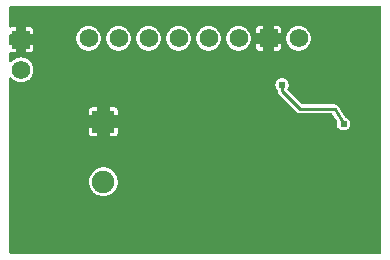
<source format=gbl>
G04 Layer: BottomLayer*
G04 EasyEDA v6.4.25, 2021-09-25T13:37:10+12:00*
G04 999b5c9e67184b5eb4e2c979d079c973,63364df06a3448e09d62fec64a914f60,10*
G04 Gerber Generator version 0.2*
G04 Scale: 100 percent, Rotated: No, Reflected: No *
G04 Dimensions in millimeters *
G04 leading zeros omitted , absolute positions ,4 integer and 5 decimal *
%FSLAX45Y45*%
%MOMM*%

%ADD10C,0.2540*%
%ADD12C,0.6200*%
%ADD17C,1.9000*%
%ADD18R,1.9000X1.9000*%
%ADD19C,1.5748*%
%ADD20R,1.5748X1.5748*%

%LPD*%
G36*
X736092Y3775913D02*
G01*
X732180Y3776675D01*
X728878Y3778859D01*
X726694Y3782161D01*
X725932Y3786073D01*
X725932Y5262219D01*
X726744Y5266232D01*
X729030Y5269585D01*
X732485Y5271719D01*
X736498Y5272379D01*
X740460Y5271363D01*
X743712Y5268925D01*
X751535Y5260035D01*
X761796Y5250992D01*
X773176Y5243372D01*
X785469Y5237327D01*
X798423Y5232958D01*
X811834Y5230266D01*
X825500Y5229352D01*
X839165Y5230266D01*
X852576Y5232958D01*
X865530Y5237327D01*
X877824Y5243372D01*
X889203Y5250992D01*
X899464Y5260035D01*
X908507Y5270296D01*
X916127Y5281676D01*
X922172Y5293969D01*
X926541Y5306923D01*
X929233Y5320334D01*
X930148Y5334000D01*
X929233Y5347665D01*
X926541Y5361076D01*
X922172Y5374030D01*
X916127Y5386324D01*
X908507Y5397703D01*
X899464Y5407964D01*
X889203Y5417007D01*
X877824Y5424627D01*
X865530Y5430672D01*
X852576Y5435041D01*
X839165Y5437733D01*
X825500Y5438648D01*
X811834Y5437733D01*
X798423Y5435041D01*
X785469Y5430672D01*
X773176Y5424627D01*
X761796Y5417007D01*
X751535Y5407964D01*
X743712Y5399074D01*
X740460Y5396636D01*
X736498Y5395620D01*
X732485Y5396280D01*
X729030Y5398414D01*
X726744Y5401767D01*
X725932Y5405780D01*
X725932Y5475020D01*
X726643Y5478830D01*
X728726Y5482031D01*
X731875Y5484266D01*
X735634Y5485180D01*
X741019Y5484063D01*
X747318Y5483352D01*
X779780Y5483352D01*
X779780Y5542280D01*
X736092Y5542280D01*
X732180Y5543042D01*
X728878Y5545277D01*
X726694Y5548528D01*
X725932Y5552440D01*
X725932Y5623560D01*
X726694Y5627471D01*
X728878Y5630722D01*
X732180Y5632958D01*
X736092Y5633720D01*
X779780Y5633720D01*
X779780Y5692648D01*
X747318Y5692648D01*
X741019Y5691936D01*
X735634Y5690819D01*
X731875Y5691733D01*
X728726Y5693968D01*
X726643Y5697169D01*
X725932Y5700979D01*
X725932Y5863945D01*
X726694Y5867806D01*
X728878Y5871108D01*
X732180Y5873343D01*
X736092Y5874105D01*
X3863949Y5874105D01*
X3867810Y5873343D01*
X3871112Y5871108D01*
X3873296Y5867806D01*
X3874109Y5863945D01*
X3874109Y3786073D01*
X3873296Y3782161D01*
X3871112Y3778859D01*
X3867810Y3776675D01*
X3863949Y3775913D01*
G37*

%LPC*%
G36*
X1515364Y4266031D02*
G01*
X1530248Y4266031D01*
X1545031Y4267860D01*
X1559458Y4271518D01*
X1573326Y4276902D01*
X1586433Y4283913D01*
X1598574Y4292549D01*
X1609598Y4302556D01*
X1619300Y4313834D01*
X1627479Y4326280D01*
X1634134Y4339590D01*
X1639062Y4353610D01*
X1642262Y4368190D01*
X1643634Y4382973D01*
X1643176Y4397857D01*
X1640890Y4412589D01*
X1636826Y4426864D01*
X1631035Y4440580D01*
X1623568Y4453483D01*
X1614627Y4465370D01*
X1604264Y4476038D01*
X1592681Y4485386D01*
X1579981Y4493209D01*
X1566468Y4499457D01*
X1552295Y4503928D01*
X1537665Y4506671D01*
X1522831Y4507585D01*
X1507947Y4506671D01*
X1493316Y4503928D01*
X1479143Y4499457D01*
X1465630Y4493209D01*
X1452981Y4485386D01*
X1441348Y4476038D01*
X1430985Y4465370D01*
X1422044Y4453483D01*
X1414576Y4440580D01*
X1408785Y4426864D01*
X1404721Y4412589D01*
X1402435Y4397857D01*
X1401978Y4382973D01*
X1403350Y4368190D01*
X1406550Y4353610D01*
X1411478Y4339590D01*
X1418132Y4326280D01*
X1426362Y4313834D01*
X1436014Y4302556D01*
X1447038Y4292549D01*
X1459179Y4283913D01*
X1472285Y4276902D01*
X1486154Y4271518D01*
X1500581Y4267860D01*
G37*
G36*
X1428394Y4773777D02*
G01*
X1468983Y4773777D01*
X1468983Y4840884D01*
X1401927Y4840884D01*
X1401927Y4800295D01*
X1402638Y4793945D01*
X1404518Y4788509D01*
X1407617Y4783582D01*
X1411681Y4779518D01*
X1416608Y4776419D01*
X1422044Y4774488D01*
G37*
G36*
X1576679Y4773777D02*
G01*
X1617218Y4773777D01*
X1623568Y4774488D01*
X1629003Y4776419D01*
X1633931Y4779518D01*
X1637995Y4783582D01*
X1641093Y4788509D01*
X1643024Y4793945D01*
X1643735Y4800295D01*
X1643735Y4840884D01*
X1576679Y4840884D01*
G37*
G36*
X3558438Y4819954D02*
G01*
X3567988Y4821224D01*
X3577183Y4824018D01*
X3585819Y4828387D01*
X3593592Y4834128D01*
X3600246Y4841087D01*
X3605631Y4849063D01*
X3609644Y4857851D01*
X3612032Y4867198D01*
X3612896Y4876800D01*
X3612032Y4886401D01*
X3609644Y4895748D01*
X3605631Y4904536D01*
X3600246Y4912512D01*
X3593592Y4919472D01*
X3585819Y4925212D01*
X3577183Y4929581D01*
X3571341Y4931359D01*
X3568039Y4933086D01*
X3565601Y4935880D01*
X3512108Y5024932D01*
X3507079Y5031079D01*
X3501237Y5035854D01*
X3494532Y5039410D01*
X3487318Y5041595D01*
X3479292Y5042408D01*
X3207918Y5042408D01*
X3204006Y5043170D01*
X3200704Y5045405D01*
X3083560Y5162550D01*
X3081578Y5165394D01*
X3080664Y5168747D01*
X3080918Y5172202D01*
X3082340Y5175402D01*
X3084931Y5179263D01*
X3088944Y5188051D01*
X3091332Y5197398D01*
X3092196Y5207000D01*
X3091332Y5216601D01*
X3088944Y5225948D01*
X3084931Y5234736D01*
X3079546Y5242712D01*
X3072892Y5249672D01*
X3065119Y5255412D01*
X3056483Y5259781D01*
X3047288Y5262575D01*
X3037738Y5263845D01*
X3028086Y5263388D01*
X3018637Y5261356D01*
X3009696Y5257800D01*
X3001467Y5252720D01*
X2994253Y5246370D01*
X2988157Y5238851D01*
X2983484Y5230418D01*
X2980283Y5221325D01*
X2978658Y5211826D01*
X2978658Y5202174D01*
X2980283Y5192674D01*
X2983484Y5183581D01*
X2988157Y5175148D01*
X2994456Y5167426D01*
X2996133Y5164429D01*
X2996692Y5161026D01*
X2996692Y5156708D01*
X2997504Y5148681D01*
X2999689Y5141468D01*
X3003245Y5134762D01*
X3008376Y5128564D01*
X3160064Y4976876D01*
X3166262Y4971745D01*
X3172968Y4968189D01*
X3180181Y4966004D01*
X3188208Y4965192D01*
X3452164Y4965192D01*
X3455619Y4964582D01*
X3458616Y4962906D01*
X3460902Y4960264D01*
X3499358Y4896205D01*
X3500628Y4892852D01*
X3500628Y4889246D01*
X3499358Y4881626D01*
X3499358Y4871974D01*
X3500983Y4862474D01*
X3504184Y4853381D01*
X3508857Y4844948D01*
X3514953Y4837430D01*
X3522167Y4831080D01*
X3530396Y4826000D01*
X3539337Y4822444D01*
X3548786Y4820412D01*
G37*
G36*
X1401927Y4948580D02*
G01*
X1468983Y4948580D01*
X1468983Y5015636D01*
X1428394Y5015636D01*
X1422044Y5014925D01*
X1416608Y5012994D01*
X1411681Y5009896D01*
X1407617Y5005832D01*
X1404518Y5000904D01*
X1402638Y4995468D01*
X1401927Y4989118D01*
G37*
G36*
X1576679Y4948580D02*
G01*
X1643735Y4948580D01*
X1643735Y4989118D01*
X1643024Y4995468D01*
X1641093Y5000904D01*
X1637995Y5005832D01*
X1633931Y5009896D01*
X1629003Y5012994D01*
X1623568Y5014925D01*
X1617218Y5015636D01*
X1576679Y5015636D01*
G37*
G36*
X871219Y5483352D02*
G01*
X903681Y5483352D01*
X909980Y5484063D01*
X915466Y5485993D01*
X920343Y5489041D01*
X924458Y5493156D01*
X927506Y5498033D01*
X929436Y5503519D01*
X930148Y5509818D01*
X930148Y5542280D01*
X871219Y5542280D01*
G37*
G36*
X2966720Y5496052D02*
G01*
X2999181Y5496052D01*
X3005480Y5496763D01*
X3010966Y5498693D01*
X3015843Y5501741D01*
X3019958Y5505856D01*
X3023006Y5510733D01*
X3024936Y5516219D01*
X3025648Y5522518D01*
X3025648Y5554980D01*
X2966720Y5554980D01*
G37*
G36*
X2842818Y5496052D02*
G01*
X2875280Y5496052D01*
X2875280Y5554980D01*
X2816352Y5554980D01*
X2816352Y5522518D01*
X2817063Y5516219D01*
X2818993Y5510733D01*
X2822041Y5505856D01*
X2826156Y5501741D01*
X2831033Y5498693D01*
X2836519Y5496763D01*
G37*
G36*
X1651000Y5496052D02*
G01*
X1664665Y5496966D01*
X1678076Y5499658D01*
X1691030Y5504027D01*
X1703324Y5510072D01*
X1714703Y5517692D01*
X1724964Y5526735D01*
X1734007Y5536996D01*
X1741627Y5548376D01*
X1747672Y5560669D01*
X1752041Y5573623D01*
X1754733Y5587034D01*
X1755648Y5600700D01*
X1754733Y5614365D01*
X1752041Y5627776D01*
X1747672Y5640730D01*
X1741627Y5653024D01*
X1734007Y5664403D01*
X1724964Y5674664D01*
X1714703Y5683707D01*
X1703324Y5691327D01*
X1691030Y5697372D01*
X1678076Y5701741D01*
X1664665Y5704433D01*
X1651000Y5705348D01*
X1637334Y5704433D01*
X1623923Y5701741D01*
X1610969Y5697372D01*
X1598676Y5691327D01*
X1587296Y5683707D01*
X1577035Y5674664D01*
X1567992Y5664403D01*
X1560372Y5653024D01*
X1554327Y5640730D01*
X1549958Y5627776D01*
X1547266Y5614365D01*
X1546352Y5600700D01*
X1547266Y5587034D01*
X1549958Y5573623D01*
X1554327Y5560669D01*
X1560372Y5548376D01*
X1567992Y5536996D01*
X1577035Y5526735D01*
X1587296Y5517692D01*
X1598676Y5510072D01*
X1610969Y5504027D01*
X1623923Y5499658D01*
X1637334Y5496966D01*
G37*
G36*
X1397000Y5496052D02*
G01*
X1410665Y5496966D01*
X1424076Y5499658D01*
X1437030Y5504027D01*
X1449324Y5510072D01*
X1460703Y5517692D01*
X1470964Y5526735D01*
X1480007Y5536996D01*
X1487627Y5548376D01*
X1493672Y5560669D01*
X1498041Y5573623D01*
X1500733Y5587034D01*
X1501648Y5600700D01*
X1500733Y5614365D01*
X1498041Y5627776D01*
X1493672Y5640730D01*
X1487627Y5653024D01*
X1480007Y5664403D01*
X1470964Y5674664D01*
X1460703Y5683707D01*
X1449324Y5691327D01*
X1437030Y5697372D01*
X1424076Y5701741D01*
X1410665Y5704433D01*
X1397000Y5705348D01*
X1383334Y5704433D01*
X1369923Y5701741D01*
X1356969Y5697372D01*
X1344676Y5691327D01*
X1333296Y5683707D01*
X1323035Y5674664D01*
X1313992Y5664403D01*
X1306372Y5653024D01*
X1300327Y5640730D01*
X1295958Y5627776D01*
X1293266Y5614365D01*
X1292352Y5600700D01*
X1293266Y5587034D01*
X1295958Y5573623D01*
X1300327Y5560669D01*
X1306372Y5548376D01*
X1313992Y5536996D01*
X1323035Y5526735D01*
X1333296Y5517692D01*
X1344676Y5510072D01*
X1356969Y5504027D01*
X1369923Y5499658D01*
X1383334Y5496966D01*
G37*
G36*
X1905000Y5496052D02*
G01*
X1918665Y5496966D01*
X1932076Y5499658D01*
X1945030Y5504027D01*
X1957324Y5510072D01*
X1968703Y5517692D01*
X1978964Y5526735D01*
X1988007Y5536996D01*
X1995627Y5548376D01*
X2001672Y5560669D01*
X2006041Y5573623D01*
X2008733Y5587034D01*
X2009648Y5600700D01*
X2008733Y5614365D01*
X2006041Y5627776D01*
X2001672Y5640730D01*
X1995627Y5653024D01*
X1988007Y5664403D01*
X1978964Y5674664D01*
X1968703Y5683707D01*
X1957324Y5691327D01*
X1945030Y5697372D01*
X1932076Y5701741D01*
X1918665Y5704433D01*
X1905000Y5705348D01*
X1891334Y5704433D01*
X1877923Y5701741D01*
X1864969Y5697372D01*
X1852675Y5691327D01*
X1841296Y5683707D01*
X1831035Y5674664D01*
X1821992Y5664403D01*
X1814372Y5653024D01*
X1808327Y5640730D01*
X1803958Y5627776D01*
X1801266Y5614365D01*
X1800352Y5600700D01*
X1801266Y5587034D01*
X1803958Y5573623D01*
X1808327Y5560669D01*
X1814372Y5548376D01*
X1821992Y5536996D01*
X1831035Y5526735D01*
X1841296Y5517692D01*
X1852675Y5510072D01*
X1864969Y5504027D01*
X1877923Y5499658D01*
X1891334Y5496966D01*
G37*
G36*
X3175000Y5496052D02*
G01*
X3188665Y5496966D01*
X3202076Y5499658D01*
X3215030Y5504027D01*
X3227324Y5510072D01*
X3238703Y5517692D01*
X3248964Y5526735D01*
X3258007Y5536996D01*
X3265627Y5548376D01*
X3271672Y5560669D01*
X3276041Y5573623D01*
X3278733Y5587034D01*
X3279648Y5600700D01*
X3278733Y5614365D01*
X3276041Y5627776D01*
X3271672Y5640730D01*
X3265627Y5653024D01*
X3258007Y5664403D01*
X3248964Y5674664D01*
X3238703Y5683707D01*
X3227324Y5691327D01*
X3215030Y5697372D01*
X3202076Y5701741D01*
X3188665Y5704433D01*
X3175000Y5705348D01*
X3161334Y5704433D01*
X3147923Y5701741D01*
X3134969Y5697372D01*
X3122676Y5691327D01*
X3111296Y5683707D01*
X3101035Y5674664D01*
X3091992Y5664403D01*
X3084372Y5653024D01*
X3078327Y5640730D01*
X3073958Y5627776D01*
X3071266Y5614365D01*
X3070352Y5600700D01*
X3071266Y5587034D01*
X3073958Y5573623D01*
X3078327Y5560669D01*
X3084372Y5548376D01*
X3091992Y5536996D01*
X3101035Y5526735D01*
X3111296Y5517692D01*
X3122676Y5510072D01*
X3134969Y5504027D01*
X3147923Y5499658D01*
X3161334Y5496966D01*
G37*
G36*
X2413000Y5496052D02*
G01*
X2426665Y5496966D01*
X2440076Y5499658D01*
X2453030Y5504027D01*
X2465324Y5510072D01*
X2476703Y5517692D01*
X2486964Y5526735D01*
X2496007Y5536996D01*
X2503627Y5548376D01*
X2509672Y5560669D01*
X2514041Y5573623D01*
X2516733Y5587034D01*
X2517648Y5600700D01*
X2516733Y5614365D01*
X2514041Y5627776D01*
X2509672Y5640730D01*
X2503627Y5653024D01*
X2496007Y5664403D01*
X2486964Y5674664D01*
X2476703Y5683707D01*
X2465324Y5691327D01*
X2453030Y5697372D01*
X2440076Y5701741D01*
X2426665Y5704433D01*
X2413000Y5705348D01*
X2399334Y5704433D01*
X2385923Y5701741D01*
X2372969Y5697372D01*
X2360676Y5691327D01*
X2349296Y5683707D01*
X2339035Y5674664D01*
X2329992Y5664403D01*
X2322372Y5653024D01*
X2316327Y5640730D01*
X2311958Y5627776D01*
X2309266Y5614365D01*
X2308352Y5600700D01*
X2309266Y5587034D01*
X2311958Y5573623D01*
X2316327Y5560669D01*
X2322372Y5548376D01*
X2329992Y5536996D01*
X2339035Y5526735D01*
X2349296Y5517692D01*
X2360676Y5510072D01*
X2372969Y5504027D01*
X2385923Y5499658D01*
X2399334Y5496966D01*
G37*
G36*
X2667000Y5496052D02*
G01*
X2680665Y5496966D01*
X2694076Y5499658D01*
X2707030Y5504027D01*
X2719324Y5510072D01*
X2730703Y5517692D01*
X2740964Y5526735D01*
X2750007Y5536996D01*
X2757627Y5548376D01*
X2763672Y5560669D01*
X2768041Y5573623D01*
X2770733Y5587034D01*
X2771648Y5600700D01*
X2770733Y5614365D01*
X2768041Y5627776D01*
X2763672Y5640730D01*
X2757627Y5653024D01*
X2750007Y5664403D01*
X2740964Y5674664D01*
X2730703Y5683707D01*
X2719324Y5691327D01*
X2707030Y5697372D01*
X2694076Y5701741D01*
X2680665Y5704433D01*
X2667000Y5705348D01*
X2653334Y5704433D01*
X2639923Y5701741D01*
X2626969Y5697372D01*
X2614676Y5691327D01*
X2603296Y5683707D01*
X2593035Y5674664D01*
X2583992Y5664403D01*
X2576372Y5653024D01*
X2570327Y5640730D01*
X2565958Y5627776D01*
X2563266Y5614365D01*
X2562352Y5600700D01*
X2563266Y5587034D01*
X2565958Y5573623D01*
X2570327Y5560669D01*
X2576372Y5548376D01*
X2583992Y5536996D01*
X2593035Y5526735D01*
X2603296Y5517692D01*
X2614676Y5510072D01*
X2626969Y5504027D01*
X2639923Y5499658D01*
X2653334Y5496966D01*
G37*
G36*
X2159000Y5496052D02*
G01*
X2172665Y5496966D01*
X2186076Y5499658D01*
X2199030Y5504027D01*
X2211324Y5510072D01*
X2222703Y5517692D01*
X2232964Y5526735D01*
X2242007Y5536996D01*
X2249627Y5548376D01*
X2255672Y5560669D01*
X2260041Y5573623D01*
X2262733Y5587034D01*
X2263648Y5600700D01*
X2262733Y5614365D01*
X2260041Y5627776D01*
X2255672Y5640730D01*
X2249627Y5653024D01*
X2242007Y5664403D01*
X2232964Y5674664D01*
X2222703Y5683707D01*
X2211324Y5691327D01*
X2199030Y5697372D01*
X2186076Y5701741D01*
X2172665Y5704433D01*
X2159000Y5705348D01*
X2145334Y5704433D01*
X2131923Y5701741D01*
X2118969Y5697372D01*
X2106676Y5691327D01*
X2095296Y5683707D01*
X2085035Y5674664D01*
X2075992Y5664403D01*
X2068372Y5653024D01*
X2062327Y5640730D01*
X2057958Y5627776D01*
X2055266Y5614365D01*
X2054352Y5600700D01*
X2055266Y5587034D01*
X2057958Y5573623D01*
X2062327Y5560669D01*
X2068372Y5548376D01*
X2075992Y5536996D01*
X2085035Y5526735D01*
X2095296Y5517692D01*
X2106676Y5510072D01*
X2118969Y5504027D01*
X2131923Y5499658D01*
X2145334Y5496966D01*
G37*
G36*
X871219Y5633720D02*
G01*
X930148Y5633720D01*
X930148Y5666181D01*
X929436Y5672480D01*
X927506Y5677966D01*
X924458Y5682843D01*
X920343Y5686958D01*
X915466Y5690006D01*
X909980Y5691936D01*
X903681Y5692648D01*
X871219Y5692648D01*
G37*
G36*
X2816352Y5646420D02*
G01*
X2875280Y5646420D01*
X2875280Y5705348D01*
X2842818Y5705348D01*
X2836519Y5704636D01*
X2831033Y5702706D01*
X2826156Y5699658D01*
X2822041Y5695543D01*
X2818993Y5690666D01*
X2817063Y5685180D01*
X2816352Y5678881D01*
G37*
G36*
X2966720Y5646420D02*
G01*
X3025648Y5646420D01*
X3025648Y5678881D01*
X3024936Y5685180D01*
X3023006Y5690666D01*
X3019958Y5695543D01*
X3015843Y5699658D01*
X3010966Y5702706D01*
X3005480Y5704636D01*
X2999181Y5705348D01*
X2966720Y5705348D01*
G37*

%LPD*%
D10*
X3035300Y5207000D02*
G01*
X3035300Y5156200D01*
X3187700Y5003800D01*
X3479800Y5003800D01*
X3556000Y4876800D01*
D17*
G01*
X1522806Y4386706D03*
D18*
G01*
X1522806Y4894706D03*
D19*
G01*
X3175000Y5600700D03*
D20*
G01*
X2921000Y5600700D03*
D19*
G01*
X2667000Y5600700D03*
G01*
X2413000Y5600700D03*
G01*
X2159000Y5600700D03*
G01*
X1905000Y5600700D03*
G01*
X1651000Y5600700D03*
G01*
X1397000Y5600700D03*
D20*
G01*
X825500Y5588000D03*
D19*
G01*
X825500Y5334000D03*
D12*
G01*
X2641600Y4749800D03*
G01*
X3035300Y5207000D03*
G01*
X3556000Y4876800D03*
G01*
X2641600Y4368800D03*
G01*
X2641600Y4241800D03*
G01*
X2641600Y4114800D03*
G01*
X2641600Y3987800D03*
G01*
X3213100Y3987800D03*
G01*
X3213100Y4114800D03*
G01*
X3213100Y4241800D03*
G01*
X3213100Y4368800D03*
G01*
X3213100Y4495800D03*
G01*
X3746500Y4102100D03*
M02*

</source>
